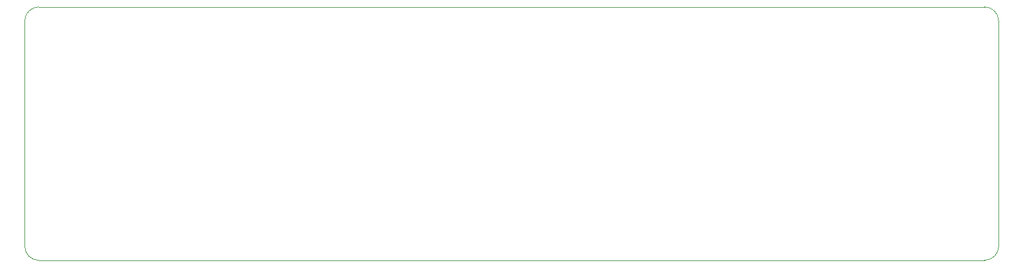
<source format=gbr>
%TF.GenerationSoftware,KiCad,Pcbnew,8.0.4*%
%TF.CreationDate,2024-09-01T22:21:07-05:00*%
%TF.ProjectId,caliper,63616c69-7065-4722-9e6b-696361645f70,rev?*%
%TF.SameCoordinates,Original*%
%TF.FileFunction,Profile,NP*%
%FSLAX46Y46*%
G04 Gerber Fmt 4.6, Leading zero omitted, Abs format (unit mm)*
G04 Created by KiCad (PCBNEW 8.0.4) date 2024-09-01 22:21:07*
%MOMM*%
%LPD*%
G01*
G04 APERTURE LIST*
%TA.AperFunction,Profile*%
%ADD10C,0.100000*%
%TD*%
G04 APERTURE END LIST*
D10*
X-72000000Y18000000D02*
X62000000Y18000000D01*
X64000000Y16000000D02*
X64000000Y-16000000D01*
X64000000Y-16000000D02*
G75*
G02*
X62000000Y-18000000I-2000000J0D01*
G01*
X-72000000Y-18000000D02*
G75*
G02*
X-74000000Y-16000000I-1J1999999D01*
G01*
X-74000000Y16000000D02*
G75*
G02*
X-72000000Y18000000I1999999J1D01*
G01*
X-74000000Y-16000000D02*
X-74000000Y16000000D01*
X62000000Y18000000D02*
G75*
G02*
X64000000Y16000000I0J-2000000D01*
G01*
X62000000Y-18000000D02*
X-72000000Y-18000000D01*
M02*

</source>
